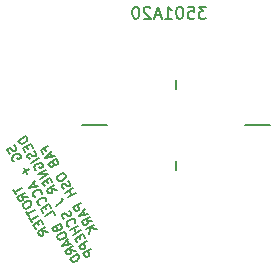
<source format=gbr>
%TF.GenerationSoftware,KiCad,Pcbnew,7.0.7*%
%TF.CreationDate,2024-06-03T14:17:06-05:00*%
%TF.ProjectId,Accel and Strain Gage board,41636365-6c20-4616-9e64-205374726169,rev?*%
%TF.SameCoordinates,Original*%
%TF.FileFunction,Legend,Bot*%
%TF.FilePolarity,Positive*%
%FSLAX46Y46*%
G04 Gerber Fmt 4.6, Leading zero omitted, Abs format (unit mm)*
G04 Created by KiCad (PCBNEW 7.0.7) date 2024-06-03 14:17:06*
%MOMM*%
%LPD*%
G01*
G04 APERTURE LIST*
%ADD10C,0.150000*%
G04 APERTURE END LIST*
D10*
X132842000Y-127000000D02*
X134940000Y-127000000D01*
X127000000Y-130048000D02*
X127000000Y-130810000D01*
X127000000Y-123190000D02*
X127000000Y-123952000D01*
X121158000Y-127000000D02*
X119049800Y-127000000D01*
X129552458Y-116979819D02*
X128933411Y-116979819D01*
X128933411Y-116979819D02*
X129266744Y-117360771D01*
X129266744Y-117360771D02*
X129123887Y-117360771D01*
X129123887Y-117360771D02*
X129028649Y-117408390D01*
X129028649Y-117408390D02*
X128981030Y-117456009D01*
X128981030Y-117456009D02*
X128933411Y-117551247D01*
X128933411Y-117551247D02*
X128933411Y-117789342D01*
X128933411Y-117789342D02*
X128981030Y-117884580D01*
X128981030Y-117884580D02*
X129028649Y-117932200D01*
X129028649Y-117932200D02*
X129123887Y-117979819D01*
X129123887Y-117979819D02*
X129409601Y-117979819D01*
X129409601Y-117979819D02*
X129504839Y-117932200D01*
X129504839Y-117932200D02*
X129552458Y-117884580D01*
X128028649Y-116979819D02*
X128504839Y-116979819D01*
X128504839Y-116979819D02*
X128552458Y-117456009D01*
X128552458Y-117456009D02*
X128504839Y-117408390D01*
X128504839Y-117408390D02*
X128409601Y-117360771D01*
X128409601Y-117360771D02*
X128171506Y-117360771D01*
X128171506Y-117360771D02*
X128076268Y-117408390D01*
X128076268Y-117408390D02*
X128028649Y-117456009D01*
X128028649Y-117456009D02*
X127981030Y-117551247D01*
X127981030Y-117551247D02*
X127981030Y-117789342D01*
X127981030Y-117789342D02*
X128028649Y-117884580D01*
X128028649Y-117884580D02*
X128076268Y-117932200D01*
X128076268Y-117932200D02*
X128171506Y-117979819D01*
X128171506Y-117979819D02*
X128409601Y-117979819D01*
X128409601Y-117979819D02*
X128504839Y-117932200D01*
X128504839Y-117932200D02*
X128552458Y-117884580D01*
X127361982Y-116979819D02*
X127266744Y-116979819D01*
X127266744Y-116979819D02*
X127171506Y-117027438D01*
X127171506Y-117027438D02*
X127123887Y-117075057D01*
X127123887Y-117075057D02*
X127076268Y-117170295D01*
X127076268Y-117170295D02*
X127028649Y-117360771D01*
X127028649Y-117360771D02*
X127028649Y-117598866D01*
X127028649Y-117598866D02*
X127076268Y-117789342D01*
X127076268Y-117789342D02*
X127123887Y-117884580D01*
X127123887Y-117884580D02*
X127171506Y-117932200D01*
X127171506Y-117932200D02*
X127266744Y-117979819D01*
X127266744Y-117979819D02*
X127361982Y-117979819D01*
X127361982Y-117979819D02*
X127457220Y-117932200D01*
X127457220Y-117932200D02*
X127504839Y-117884580D01*
X127504839Y-117884580D02*
X127552458Y-117789342D01*
X127552458Y-117789342D02*
X127600077Y-117598866D01*
X127600077Y-117598866D02*
X127600077Y-117360771D01*
X127600077Y-117360771D02*
X127552458Y-117170295D01*
X127552458Y-117170295D02*
X127504839Y-117075057D01*
X127504839Y-117075057D02*
X127457220Y-117027438D01*
X127457220Y-117027438D02*
X127361982Y-116979819D01*
X126076268Y-117979819D02*
X126647696Y-117979819D01*
X126361982Y-117979819D02*
X126361982Y-116979819D01*
X126361982Y-116979819D02*
X126457220Y-117122676D01*
X126457220Y-117122676D02*
X126552458Y-117217914D01*
X126552458Y-117217914D02*
X126647696Y-117265533D01*
X125695315Y-117694104D02*
X125219125Y-117694104D01*
X125790553Y-117979819D02*
X125457220Y-116979819D01*
X125457220Y-116979819D02*
X125123887Y-117979819D01*
X124838172Y-117075057D02*
X124790553Y-117027438D01*
X124790553Y-117027438D02*
X124695315Y-116979819D01*
X124695315Y-116979819D02*
X124457220Y-116979819D01*
X124457220Y-116979819D02*
X124361982Y-117027438D01*
X124361982Y-117027438D02*
X124314363Y-117075057D01*
X124314363Y-117075057D02*
X124266744Y-117170295D01*
X124266744Y-117170295D02*
X124266744Y-117265533D01*
X124266744Y-117265533D02*
X124314363Y-117408390D01*
X124314363Y-117408390D02*
X124885791Y-117979819D01*
X124885791Y-117979819D02*
X124266744Y-117979819D01*
X123647696Y-116979819D02*
X123552458Y-116979819D01*
X123552458Y-116979819D02*
X123457220Y-117027438D01*
X123457220Y-117027438D02*
X123409601Y-117075057D01*
X123409601Y-117075057D02*
X123361982Y-117170295D01*
X123361982Y-117170295D02*
X123314363Y-117360771D01*
X123314363Y-117360771D02*
X123314363Y-117598866D01*
X123314363Y-117598866D02*
X123361982Y-117789342D01*
X123361982Y-117789342D02*
X123409601Y-117884580D01*
X123409601Y-117884580D02*
X123457220Y-117932200D01*
X123457220Y-117932200D02*
X123552458Y-117979819D01*
X123552458Y-117979819D02*
X123647696Y-117979819D01*
X123647696Y-117979819D02*
X123742934Y-117932200D01*
X123742934Y-117932200D02*
X123790553Y-117884580D01*
X123790553Y-117884580D02*
X123838172Y-117789342D01*
X123838172Y-117789342D02*
X123885791Y-117598866D01*
X123885791Y-117598866D02*
X123885791Y-117360771D01*
X123885791Y-117360771D02*
X123838172Y-117170295D01*
X123838172Y-117170295D02*
X123790553Y-117075057D01*
X123790553Y-117075057D02*
X123742934Y-117027438D01*
X123742934Y-117027438D02*
X123647696Y-116979819D01*
X113224863Y-132483311D02*
X113442578Y-132860403D01*
X113993632Y-132290857D02*
X113333721Y-132671857D01*
X114447203Y-133076465D02*
X114005960Y-133037923D01*
X114229489Y-132699373D02*
X113569577Y-133080373D01*
X113569577Y-133080373D02*
X113714720Y-133331768D01*
X113714720Y-133331768D02*
X113782430Y-133376474D01*
X113782430Y-133376474D02*
X113831998Y-133389755D01*
X113831998Y-133389755D02*
X113912989Y-133384894D01*
X113912989Y-133384894D02*
X114007262Y-133330465D01*
X114007262Y-133330465D02*
X114051968Y-133262755D01*
X114051968Y-133262755D02*
X114065250Y-133213188D01*
X114065250Y-133213188D02*
X114060388Y-133132196D01*
X114060388Y-133132196D02*
X113915245Y-132880801D01*
X114023149Y-133865982D02*
X114095720Y-133991679D01*
X114095720Y-133991679D02*
X114163430Y-134036385D01*
X114163430Y-134036385D02*
X114262565Y-134062948D01*
X114262565Y-134062948D02*
X114406405Y-134021801D01*
X114406405Y-134021801D02*
X114626376Y-133894801D01*
X114626376Y-133894801D02*
X114733930Y-133790805D01*
X114733930Y-133790805D02*
X114760493Y-133691671D01*
X114760493Y-133691671D02*
X114755632Y-133610679D01*
X114755632Y-133610679D02*
X114683060Y-133484982D01*
X114683060Y-133484982D02*
X114615350Y-133440276D01*
X114615350Y-133440276D02*
X114516216Y-133413713D01*
X114516216Y-133413713D02*
X114372376Y-133454860D01*
X114372376Y-133454860D02*
X114152405Y-133581860D01*
X114152405Y-133581860D02*
X114044851Y-133685856D01*
X114044851Y-133685856D02*
X114018288Y-133784990D01*
X114018288Y-133784990D02*
X114023149Y-133865982D01*
X114295292Y-134337347D02*
X114513006Y-134714439D01*
X115064060Y-134144893D02*
X114404149Y-134525893D01*
X114585577Y-134840136D02*
X114803292Y-135217229D01*
X115354346Y-134647683D02*
X114694435Y-135028683D01*
X115244535Y-135255770D02*
X115371535Y-135475741D01*
X115771631Y-135370442D02*
X115590203Y-135056199D01*
X115590203Y-135056199D02*
X114930291Y-135437199D01*
X114930291Y-135437199D02*
X115111720Y-135751442D01*
X116152632Y-136030354D02*
X115711388Y-135991812D01*
X115934917Y-135653262D02*
X115275006Y-136034262D01*
X115275006Y-136034262D02*
X115420149Y-136285657D01*
X115420149Y-136285657D02*
X115487859Y-136330362D01*
X115487859Y-136330362D02*
X115537426Y-136343644D01*
X115537426Y-136343644D02*
X115618418Y-136338783D01*
X115618418Y-136338783D02*
X115712691Y-136284354D01*
X115712691Y-136284354D02*
X115757397Y-136216644D01*
X115757397Y-136216644D02*
X115770678Y-136167077D01*
X115770678Y-136167077D02*
X115765817Y-136086085D01*
X115765817Y-136086085D02*
X115620674Y-135834690D01*
X113292022Y-128694564D02*
X113377875Y-128770694D01*
X113377875Y-128770694D02*
X113468589Y-128927816D01*
X113468589Y-128927816D02*
X113473450Y-129008808D01*
X113473450Y-129008808D02*
X113460169Y-129058375D01*
X113460169Y-129058375D02*
X113415463Y-129126085D01*
X113415463Y-129126085D02*
X113352614Y-129162371D01*
X113352614Y-129162371D02*
X113271623Y-129167232D01*
X113271623Y-129167232D02*
X113222055Y-129153950D01*
X113222055Y-129153950D02*
X113154345Y-129109245D01*
X113154345Y-129109245D02*
X113050350Y-129001690D01*
X113050350Y-129001690D02*
X112982640Y-128956984D01*
X112982640Y-128956984D02*
X112933072Y-128943703D01*
X112933072Y-128943703D02*
X112852081Y-128948564D01*
X112852081Y-128948564D02*
X112789232Y-128984850D01*
X112789232Y-128984850D02*
X112744526Y-129052560D01*
X112744526Y-129052560D02*
X112731245Y-129102127D01*
X112731245Y-129102127D02*
X112736106Y-129183119D01*
X112736106Y-129183119D02*
X112826820Y-129340240D01*
X112826820Y-129340240D02*
X112912673Y-129416371D01*
X113275530Y-130044857D02*
X113207820Y-130000151D01*
X113207820Y-130000151D02*
X113153392Y-129905878D01*
X113153392Y-129905878D02*
X113130387Y-129793462D01*
X113130387Y-129793462D02*
X113156950Y-129694328D01*
X113156950Y-129694328D02*
X113201656Y-129626618D01*
X113201656Y-129626618D02*
X113309211Y-129522622D01*
X113309211Y-129522622D02*
X113403484Y-129468194D01*
X113403484Y-129468194D02*
X113547324Y-129427047D01*
X113547324Y-129427047D02*
X113628316Y-129422185D01*
X113628316Y-129422185D02*
X113727450Y-129448748D01*
X113727450Y-129448748D02*
X113813303Y-129524878D01*
X113813303Y-129524878D02*
X113849589Y-129587727D01*
X113849589Y-129587727D02*
X113872593Y-129700143D01*
X113872593Y-129700143D02*
X113859311Y-129749710D01*
X113859311Y-129749710D02*
X113639341Y-129876710D01*
X113639341Y-129876710D02*
X113566770Y-129751013D01*
X114124337Y-130644176D02*
X114414622Y-131146965D01*
X114520874Y-130750428D02*
X114018085Y-131040713D01*
X114931042Y-131896288D02*
X115112471Y-132210532D01*
X115083303Y-131724583D02*
X114550391Y-132325553D01*
X114550391Y-132325553D02*
X115337303Y-132164523D01*
X115619168Y-132797872D02*
X115632450Y-132748305D01*
X115632450Y-132748305D02*
X115609446Y-132635889D01*
X115609446Y-132635889D02*
X115573160Y-132573040D01*
X115573160Y-132573040D02*
X115487307Y-132496910D01*
X115487307Y-132496910D02*
X115388173Y-132470347D01*
X115388173Y-132470347D02*
X115307181Y-132475208D01*
X115307181Y-132475208D02*
X115163341Y-132516355D01*
X115163341Y-132516355D02*
X115069068Y-132570784D01*
X115069068Y-132570784D02*
X114961513Y-132674780D01*
X114961513Y-132674780D02*
X114916807Y-132742490D01*
X114916807Y-132742490D02*
X114890244Y-132841624D01*
X114890244Y-132841624D02*
X114913249Y-132954040D01*
X114913249Y-132954040D02*
X114949534Y-133016889D01*
X114949534Y-133016889D02*
X115035387Y-133093019D01*
X115035387Y-133093019D02*
X115084954Y-133106300D01*
X116000168Y-133457783D02*
X116013450Y-133408216D01*
X116013450Y-133408216D02*
X115990446Y-133295800D01*
X115990446Y-133295800D02*
X115954160Y-133232951D01*
X115954160Y-133232951D02*
X115868307Y-133156821D01*
X115868307Y-133156821D02*
X115769173Y-133130258D01*
X115769173Y-133130258D02*
X115688181Y-133135120D01*
X115688181Y-133135120D02*
X115544341Y-133176267D01*
X115544341Y-133176267D02*
X115450068Y-133230695D01*
X115450068Y-133230695D02*
X115342513Y-133334691D01*
X115342513Y-133334691D02*
X115297807Y-133402401D01*
X115297807Y-133402401D02*
X115271244Y-133501536D01*
X115271244Y-133501536D02*
X115294249Y-133613951D01*
X115294249Y-133613951D02*
X115330534Y-133676800D01*
X115330534Y-133676800D02*
X115416387Y-133752930D01*
X115416387Y-133752930D02*
X115465954Y-133766212D01*
X115880635Y-133903888D02*
X116007635Y-134123859D01*
X116407731Y-134018560D02*
X116226303Y-133704317D01*
X116226303Y-133704317D02*
X115566391Y-134085317D01*
X115566391Y-134085317D02*
X115747820Y-134399560D01*
X116752446Y-134615623D02*
X116571017Y-134301380D01*
X116571017Y-134301380D02*
X115911106Y-134682380D01*
X116951063Y-135757925D02*
X117036916Y-135834055D01*
X117036916Y-135834055D02*
X117086484Y-135847336D01*
X117086484Y-135847336D02*
X117167475Y-135842475D01*
X117167475Y-135842475D02*
X117261748Y-135788046D01*
X117261748Y-135788046D02*
X117306454Y-135720336D01*
X117306454Y-135720336D02*
X117319736Y-135670769D01*
X117319736Y-135670769D02*
X117314874Y-135589778D01*
X117314874Y-135589778D02*
X117169731Y-135338383D01*
X117169731Y-135338383D02*
X116509820Y-135719383D01*
X116509820Y-135719383D02*
X116636820Y-135939353D01*
X116636820Y-135939353D02*
X116704530Y-135984059D01*
X116704530Y-135984059D02*
X116754097Y-135997341D01*
X116754097Y-135997341D02*
X116835089Y-135992479D01*
X116835089Y-135992479D02*
X116897938Y-135956194D01*
X116897938Y-135956194D02*
X116942643Y-135888483D01*
X116942643Y-135888483D02*
X116955925Y-135838916D01*
X116955925Y-135838916D02*
X116951063Y-135757925D01*
X116951063Y-135757925D02*
X116824063Y-135537954D01*
X116963391Y-136504992D02*
X117035963Y-136630689D01*
X117035963Y-136630689D02*
X117103673Y-136675395D01*
X117103673Y-136675395D02*
X117202807Y-136701958D01*
X117202807Y-136701958D02*
X117346648Y-136660811D01*
X117346648Y-136660811D02*
X117566618Y-136533811D01*
X117566618Y-136533811D02*
X117674173Y-136429815D01*
X117674173Y-136429815D02*
X117700736Y-136330681D01*
X117700736Y-136330681D02*
X117695874Y-136249689D01*
X117695874Y-136249689D02*
X117623303Y-136123992D01*
X117623303Y-136123992D02*
X117555593Y-136079286D01*
X117555593Y-136079286D02*
X117456458Y-136052723D01*
X117456458Y-136052723D02*
X117312618Y-136093870D01*
X117312618Y-136093870D02*
X117092648Y-136220870D01*
X117092648Y-136220870D02*
X116985093Y-136324866D01*
X116985093Y-136324866D02*
X116958530Y-136424000D01*
X116958530Y-136424000D02*
X116963391Y-136504992D01*
X117743185Y-136767063D02*
X117924614Y-137081306D01*
X117895446Y-136595357D02*
X117362534Y-137196328D01*
X117362534Y-137196328D02*
X118149446Y-137035298D01*
X118494160Y-137632361D02*
X118052917Y-137593819D01*
X118276446Y-137255269D02*
X117616534Y-137636269D01*
X117616534Y-137636269D02*
X117761677Y-137887663D01*
X117761677Y-137887663D02*
X117829387Y-137932369D01*
X117829387Y-137932369D02*
X117878955Y-137945651D01*
X117878955Y-137945651D02*
X117959946Y-137940789D01*
X117959946Y-137940789D02*
X118054219Y-137886361D01*
X118054219Y-137886361D02*
X118098925Y-137818651D01*
X118098925Y-137818651D02*
X118112207Y-137769083D01*
X118112207Y-137769083D02*
X118107345Y-137688092D01*
X118107345Y-137688092D02*
X117962202Y-137436697D01*
X118657446Y-137915180D02*
X117997534Y-138296180D01*
X117997534Y-138296180D02*
X118088249Y-138453302D01*
X118088249Y-138453302D02*
X118174102Y-138529432D01*
X118174102Y-138529432D02*
X118273236Y-138555995D01*
X118273236Y-138555995D02*
X118354228Y-138551133D01*
X118354228Y-138551133D02*
X118498068Y-138509986D01*
X118498068Y-138509986D02*
X118592341Y-138455558D01*
X118592341Y-138455558D02*
X118699896Y-138351562D01*
X118699896Y-138351562D02*
X118744601Y-138283852D01*
X118744601Y-138283852D02*
X118771164Y-138184718D01*
X118771164Y-138184718D02*
X118748160Y-138072302D01*
X118748160Y-138072302D02*
X118657446Y-137915180D01*
X114304260Y-127921602D02*
X113644349Y-128302602D01*
X113644349Y-128302602D02*
X113735063Y-128459724D01*
X113735063Y-128459724D02*
X113820916Y-128535854D01*
X113820916Y-128535854D02*
X113920051Y-128562417D01*
X113920051Y-128562417D02*
X114001042Y-128557556D01*
X114001042Y-128557556D02*
X114144882Y-128516408D01*
X114144882Y-128516408D02*
X114239155Y-128461980D01*
X114239155Y-128461980D02*
X114346710Y-128357984D01*
X114346710Y-128357984D02*
X114391416Y-128290274D01*
X114391416Y-128290274D02*
X114417979Y-128191140D01*
X114417979Y-128191140D02*
X114394975Y-128078724D01*
X114394975Y-128078724D02*
X114304260Y-127921602D01*
X114339592Y-128781085D02*
X114466592Y-129001055D01*
X114866689Y-128895757D02*
X114685260Y-128581513D01*
X114685260Y-128581513D02*
X114025349Y-128962513D01*
X114025349Y-128962513D02*
X114206778Y-129276757D01*
X114980408Y-129165295D02*
X115066261Y-129241425D01*
X115066261Y-129241425D02*
X115156975Y-129398547D01*
X115156975Y-129398547D02*
X115161836Y-129479538D01*
X115161836Y-129479538D02*
X115148555Y-129529106D01*
X115148555Y-129529106D02*
X115103849Y-129596816D01*
X115103849Y-129596816D02*
X115041000Y-129633101D01*
X115041000Y-129633101D02*
X114960009Y-129637963D01*
X114960009Y-129637963D02*
X114910441Y-129624681D01*
X114910441Y-129624681D02*
X114842731Y-129579975D01*
X114842731Y-129579975D02*
X114738736Y-129472421D01*
X114738736Y-129472421D02*
X114671026Y-129427715D01*
X114671026Y-129427715D02*
X114621458Y-129414433D01*
X114621458Y-129414433D02*
X114540467Y-129419295D01*
X114540467Y-129419295D02*
X114477618Y-129455581D01*
X114477618Y-129455581D02*
X114432912Y-129523291D01*
X114432912Y-129523291D02*
X114419631Y-129572858D01*
X114419631Y-129572858D02*
X114424492Y-129653849D01*
X114424492Y-129653849D02*
X114515206Y-129810971D01*
X114515206Y-129810971D02*
X114601059Y-129887101D01*
X115392832Y-129807063D02*
X114732920Y-130188063D01*
X115145345Y-130829831D02*
X115077635Y-130785126D01*
X115077635Y-130785126D02*
X115023206Y-130690853D01*
X115023206Y-130690853D02*
X115000202Y-130578437D01*
X115000202Y-130578437D02*
X115026765Y-130479302D01*
X115026765Y-130479302D02*
X115071471Y-130411592D01*
X115071471Y-130411592D02*
X115179025Y-130307596D01*
X115179025Y-130307596D02*
X115273298Y-130253168D01*
X115273298Y-130253168D02*
X115417139Y-130212021D01*
X115417139Y-130212021D02*
X115498130Y-130207159D01*
X115498130Y-130207159D02*
X115597265Y-130233722D01*
X115597265Y-130233722D02*
X115683117Y-130309853D01*
X115683117Y-130309853D02*
X115719403Y-130372701D01*
X115719403Y-130372701D02*
X115742407Y-130485117D01*
X115742407Y-130485117D02*
X115729126Y-130534684D01*
X115729126Y-130534684D02*
X115509155Y-130661684D01*
X115509155Y-130661684D02*
X115436584Y-130535987D01*
X115955260Y-130781218D02*
X115295349Y-131162218D01*
X115295349Y-131162218D02*
X116172975Y-131158310D01*
X116172975Y-131158310D02*
X115513063Y-131539310D01*
X116008735Y-131672125D02*
X116135735Y-131892096D01*
X116535832Y-131786797D02*
X116354403Y-131472554D01*
X116354403Y-131472554D02*
X115694492Y-131853554D01*
X115694492Y-131853554D02*
X115875921Y-132167797D01*
X116916832Y-132446709D02*
X116475589Y-132408167D01*
X116699118Y-132069617D02*
X116039206Y-132450617D01*
X116039206Y-132450617D02*
X116184349Y-132702012D01*
X116184349Y-132702012D02*
X116252059Y-132746717D01*
X116252059Y-132746717D02*
X116301627Y-132759999D01*
X116301627Y-132759999D02*
X116382618Y-132755138D01*
X116382618Y-132755138D02*
X116476891Y-132700709D01*
X116476891Y-132700709D02*
X116521597Y-132632999D01*
X116521597Y-132632999D02*
X116534879Y-132583432D01*
X116534879Y-132583432D02*
X116530017Y-132502440D01*
X116530017Y-132502440D02*
X116384874Y-132251045D01*
X116819349Y-133801864D02*
X117290714Y-133529721D01*
X117290714Y-133529721D02*
X117366845Y-133443868D01*
X117366845Y-133443868D02*
X117393408Y-133344733D01*
X117393408Y-133344733D02*
X117370403Y-133232317D01*
X117370403Y-133232317D02*
X117334118Y-133169469D01*
X117901407Y-134224614D02*
X117987260Y-134300745D01*
X117987260Y-134300745D02*
X118077974Y-134457866D01*
X118077974Y-134457866D02*
X118082836Y-134538858D01*
X118082836Y-134538858D02*
X118069554Y-134588425D01*
X118069554Y-134588425D02*
X118024848Y-134656135D01*
X118024848Y-134656135D02*
X117962000Y-134692421D01*
X117962000Y-134692421D02*
X117881008Y-134697282D01*
X117881008Y-134697282D02*
X117831441Y-134684001D01*
X117831441Y-134684001D02*
X117763731Y-134639295D01*
X117763731Y-134639295D02*
X117659735Y-134531740D01*
X117659735Y-134531740D02*
X117592025Y-134487035D01*
X117592025Y-134487035D02*
X117542458Y-134473753D01*
X117542458Y-134473753D02*
X117461466Y-134478614D01*
X117461466Y-134478614D02*
X117398618Y-134514900D01*
X117398618Y-134514900D02*
X117353912Y-134582610D01*
X117353912Y-134582610D02*
X117340630Y-134632177D01*
X117340630Y-134632177D02*
X117345492Y-134713169D01*
X117345492Y-134713169D02*
X117436206Y-134870291D01*
X117436206Y-134870291D02*
X117522059Y-134946421D01*
X118468697Y-135279761D02*
X118481978Y-135230193D01*
X118481978Y-135230193D02*
X118458974Y-135117777D01*
X118458974Y-135117777D02*
X118422688Y-135054929D01*
X118422688Y-135054929D02*
X118336836Y-134978799D01*
X118336836Y-134978799D02*
X118237701Y-134952236D01*
X118237701Y-134952236D02*
X118156710Y-134957097D01*
X118156710Y-134957097D02*
X118012869Y-134998244D01*
X118012869Y-134998244D02*
X117918596Y-135052673D01*
X117918596Y-135052673D02*
X117811042Y-135156668D01*
X117811042Y-135156668D02*
X117766336Y-135224378D01*
X117766336Y-135224378D02*
X117739773Y-135323513D01*
X117739773Y-135323513D02*
X117762777Y-135435929D01*
X117762777Y-135435929D02*
X117799063Y-135498777D01*
X117799063Y-135498777D02*
X117884916Y-135574908D01*
X117884916Y-135574908D02*
X117934483Y-135588189D01*
X118694831Y-135526294D02*
X118034920Y-135907294D01*
X118349163Y-135725865D02*
X118566878Y-136102958D01*
X118912546Y-135903386D02*
X118252634Y-136284386D01*
X118748306Y-136417201D02*
X118875306Y-136637172D01*
X119275403Y-136531873D02*
X119093974Y-136217630D01*
X119093974Y-136217630D02*
X118434063Y-136598630D01*
X118434063Y-136598630D02*
X118615492Y-136912873D01*
X119438689Y-136814693D02*
X118778777Y-137195693D01*
X118778777Y-137195693D02*
X118923920Y-137447088D01*
X118923920Y-137447088D02*
X118991630Y-137491794D01*
X118991630Y-137491794D02*
X119041198Y-137505075D01*
X119041198Y-137505075D02*
X119122189Y-137500214D01*
X119122189Y-137500214D02*
X119216462Y-137445785D01*
X119216462Y-137445785D02*
X119261168Y-137378075D01*
X119261168Y-137378075D02*
X119274450Y-137328508D01*
X119274450Y-137328508D02*
X119269588Y-137247516D01*
X119269588Y-137247516D02*
X119124445Y-136996122D01*
X119819689Y-137474604D02*
X119159777Y-137855604D01*
X119159777Y-137855604D02*
X119304920Y-138106999D01*
X119304920Y-138106999D02*
X119372630Y-138151705D01*
X119372630Y-138151705D02*
X119422198Y-138164986D01*
X119422198Y-138164986D02*
X119503189Y-138160125D01*
X119503189Y-138160125D02*
X119597462Y-138105697D01*
X119597462Y-138105697D02*
X119642168Y-138037986D01*
X119642168Y-138037986D02*
X119655450Y-137988419D01*
X119655450Y-137988419D02*
X119650588Y-137907428D01*
X119650588Y-137907428D02*
X119505445Y-137656033D01*
X115973549Y-129157542D02*
X115846549Y-128937571D01*
X116192217Y-128738000D02*
X115532306Y-129119000D01*
X115532306Y-129119000D02*
X115713735Y-129433243D01*
X116312100Y-129381071D02*
X116493528Y-129695315D01*
X116464360Y-129209365D02*
X115931449Y-129810336D01*
X115931449Y-129810336D02*
X116718360Y-129649306D01*
X116626692Y-130288819D02*
X116712545Y-130364949D01*
X116712545Y-130364949D02*
X116762113Y-130378230D01*
X116762113Y-130378230D02*
X116843104Y-130373369D01*
X116843104Y-130373369D02*
X116937377Y-130318940D01*
X116937377Y-130318940D02*
X116982083Y-130251230D01*
X116982083Y-130251230D02*
X116995365Y-130201663D01*
X116995365Y-130201663D02*
X116990503Y-130120672D01*
X116990503Y-130120672D02*
X116845360Y-129869277D01*
X116845360Y-129869277D02*
X116185449Y-130250277D01*
X116185449Y-130250277D02*
X116312449Y-130470247D01*
X116312449Y-130470247D02*
X116380159Y-130514953D01*
X116380159Y-130514953D02*
X116429726Y-130528235D01*
X116429726Y-130528235D02*
X116510718Y-130523373D01*
X116510718Y-130523373D02*
X116573567Y-130487087D01*
X116573567Y-130487087D02*
X116618272Y-130419377D01*
X116618272Y-130419377D02*
X116631554Y-130369810D01*
X116631554Y-130369810D02*
X116626692Y-130288819D01*
X116626692Y-130288819D02*
X116499692Y-130068848D01*
X116929306Y-131538675D02*
X117001877Y-131664372D01*
X117001877Y-131664372D02*
X117069587Y-131709078D01*
X117069587Y-131709078D02*
X117168722Y-131735641D01*
X117168722Y-131735641D02*
X117312562Y-131694494D01*
X117312562Y-131694494D02*
X117532533Y-131567494D01*
X117532533Y-131567494D02*
X117640087Y-131463498D01*
X117640087Y-131463498D02*
X117666650Y-131364364D01*
X117666650Y-131364364D02*
X117661789Y-131283372D01*
X117661789Y-131283372D02*
X117589217Y-131157675D01*
X117589217Y-131157675D02*
X117521507Y-131112969D01*
X117521507Y-131112969D02*
X117422373Y-131086406D01*
X117422373Y-131086406D02*
X117278533Y-131127553D01*
X117278533Y-131127553D02*
X117058562Y-131254553D01*
X117058562Y-131254553D02*
X116951008Y-131358549D01*
X116951008Y-131358549D02*
X116924445Y-131457683D01*
X116924445Y-131457683D02*
X116929306Y-131538675D01*
X117866222Y-131710032D02*
X117952075Y-131786162D01*
X117952075Y-131786162D02*
X118042789Y-131943284D01*
X118042789Y-131943284D02*
X118047650Y-132024275D01*
X118047650Y-132024275D02*
X118034369Y-132073843D01*
X118034369Y-132073843D02*
X117989663Y-132141553D01*
X117989663Y-132141553D02*
X117926814Y-132177838D01*
X117926814Y-132177838D02*
X117845823Y-132182700D01*
X117845823Y-132182700D02*
X117796255Y-132169418D01*
X117796255Y-132169418D02*
X117728545Y-132124712D01*
X117728545Y-132124712D02*
X117624550Y-132017158D01*
X117624550Y-132017158D02*
X117556840Y-131972452D01*
X117556840Y-131972452D02*
X117507272Y-131959170D01*
X117507272Y-131959170D02*
X117426281Y-131964032D01*
X117426281Y-131964032D02*
X117363432Y-132000318D01*
X117363432Y-132000318D02*
X117318726Y-132068028D01*
X117318726Y-132068028D02*
X117305445Y-132117595D01*
X117305445Y-132117595D02*
X117310306Y-132198586D01*
X117310306Y-132198586D02*
X117401020Y-132355708D01*
X117401020Y-132355708D02*
X117486873Y-132431838D01*
X118278646Y-132351800D02*
X117618734Y-132732800D01*
X117932978Y-132551371D02*
X118150692Y-132928464D01*
X118496360Y-132728892D02*
X117836449Y-133109892D01*
X118968074Y-133545925D02*
X118308163Y-133926925D01*
X118308163Y-133926925D02*
X118453306Y-134178320D01*
X118453306Y-134178320D02*
X118521016Y-134223026D01*
X118521016Y-134223026D02*
X118570583Y-134236307D01*
X118570583Y-134236307D02*
X118651575Y-134231446D01*
X118651575Y-134231446D02*
X118745848Y-134177017D01*
X118745848Y-134177017D02*
X118790554Y-134109307D01*
X118790554Y-134109307D02*
X118803835Y-134059740D01*
X118803835Y-134059740D02*
X118798974Y-133978749D01*
X118798974Y-133978749D02*
X118653831Y-133727354D01*
X119142385Y-134283269D02*
X119323814Y-134597513D01*
X119294646Y-134111564D02*
X118761734Y-134712534D01*
X118761734Y-134712534D02*
X119548646Y-134551504D01*
X119893360Y-135148567D02*
X119452117Y-135110025D01*
X119675646Y-134771475D02*
X119015734Y-135152475D01*
X119015734Y-135152475D02*
X119160877Y-135403870D01*
X119160877Y-135403870D02*
X119228587Y-135448576D01*
X119228587Y-135448576D02*
X119278155Y-135461857D01*
X119278155Y-135461857D02*
X119359146Y-135456996D01*
X119359146Y-135456996D02*
X119453419Y-135402567D01*
X119453419Y-135402567D02*
X119498125Y-135334857D01*
X119498125Y-135334857D02*
X119511407Y-135285290D01*
X119511407Y-135285290D02*
X119506545Y-135204298D01*
X119506545Y-135204298D02*
X119361402Y-134952904D01*
X120056646Y-135431386D02*
X119396734Y-135812386D01*
X120274360Y-135808479D02*
X119733982Y-135743374D01*
X119614449Y-136189479D02*
X119773827Y-135594672D01*
M02*

</source>
